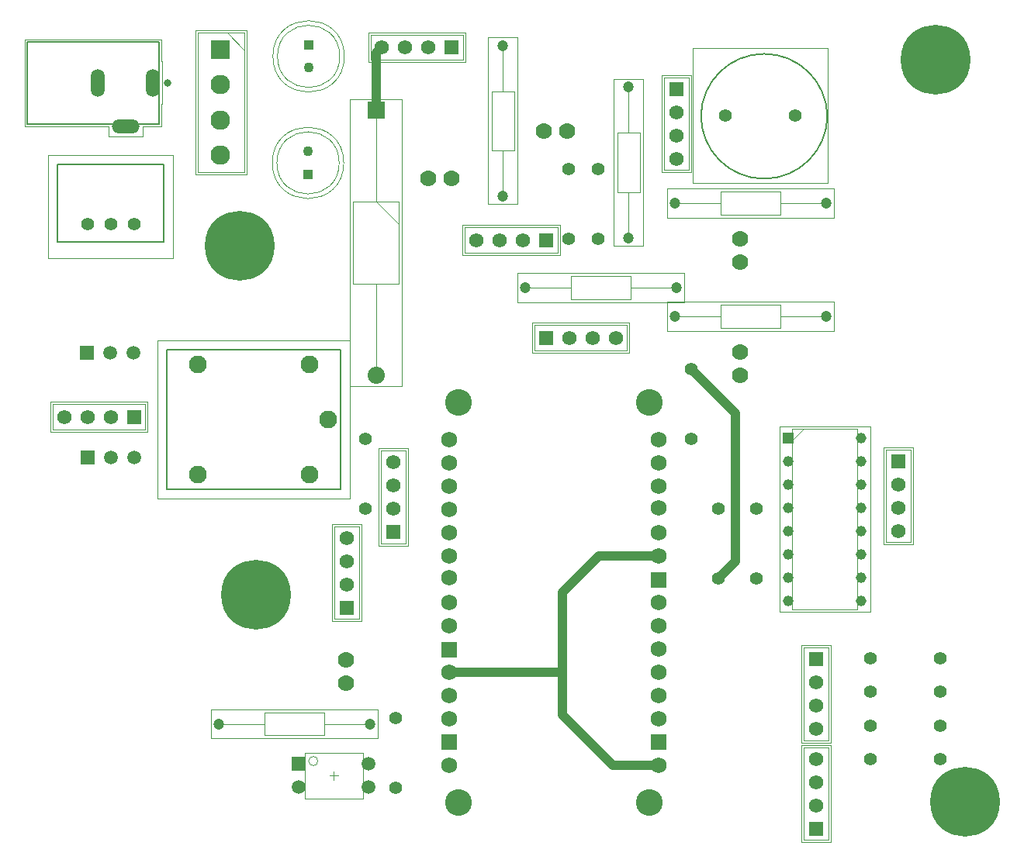
<source format=gtl>
G04*
G04 #@! TF.GenerationSoftware,Altium Limited,Altium Designer,18.0.9 (584)*
G04*
G04 Layer_Physical_Order=1*
G04 Layer_Color=255*
%FSLAX44Y44*%
%MOMM*%
G71*
G01*
G75*
%ADD10C,0.2000*%
%ADD11C,0.1000*%
%ADD14C,0.1270*%
%ADD15C,0.4000*%
%ADD18C,0.0001*%
%ADD19C,0.0500*%
%ADD43C,1.0000*%
%ADD44C,7.6200*%
%ADD45C,1.5000*%
%ADD46R,1.5000X1.5000*%
%ADD47R,1.5750X1.5750*%
%ADD48C,1.5750*%
%ADD49R,1.5750X1.5750*%
%ADD50R,1.1600X1.1600*%
%ADD51C,1.1600*%
%ADD52R,2.1300X2.1300*%
%ADD53C,2.1300*%
%ADD54C,1.8750*%
%ADD55R,1.8750X1.8750*%
%ADD56R,1.1000X1.1000*%
%ADD57C,1.1000*%
%ADD58C,1.2000*%
%ADD59C,1.4170*%
%ADD60C,1.4000*%
%ADD61C,1.9500*%
%ADD62C,1.7780*%
%ADD63O,3.0160X1.5080*%
%ADD64O,1.5080X3.0160*%
%ADD65C,2.9210*%
%ADD66C,1.7526*%
%ADD67R,1.7526X1.7526*%
D10*
X994720Y1150620D02*
G03*
X1132620Y1150620I68950J0D01*
G01*
D02*
G03*
X994720Y1150620I-68950J-1530D01*
G01*
X292520Y1012510D02*
Y1097510D01*
X408520D01*
Y1012510D02*
Y1097510D01*
X292520Y1012510D02*
X408520D01*
X601730Y742760D02*
Y894760D01*
X411730D02*
X601730D01*
X411730Y742760D02*
Y894760D01*
Y742760D02*
X601730D01*
D11*
X600500Y1215245D02*
G03*
X600500Y1215245I-34000J0D01*
G01*
X599875Y1098945D02*
G03*
X599875Y1098945I-34000J0D01*
G01*
X576630Y445760D02*
G03*
X576630Y445760I-5000J0D01*
G01*
X388370Y807990D02*
Y835390D01*
X287270Y807990D02*
X388370D01*
X287270D02*
Y835390D01*
X388370D01*
X1106540Y569710D02*
X1133940D01*
Y468610D02*
Y569710D01*
X1106540Y468610D02*
X1133940D01*
X1106540D02*
Y569710D01*
X813050Y894350D02*
Y921750D01*
X914150D01*
Y894350D02*
Y921750D01*
X813050Y894350D02*
X914150D01*
X594630Y600892D02*
X622030D01*
X594630D02*
Y701992D01*
X622030D01*
Y600892D02*
Y701992D01*
X735160Y1211670D02*
Y1239070D01*
X634060Y1211670D02*
X735160D01*
X634060D02*
Y1239070D01*
X735160D01*
X954040Y1192309D02*
X981440D01*
Y1091209D02*
Y1192309D01*
X954040Y1091209D02*
X981440D01*
X954040D02*
Y1192309D01*
X838255Y1001030D02*
Y1028430D01*
X737155Y1001030D02*
X838255D01*
X737155D02*
Y1028430D01*
X838255D01*
X1196184Y785680D02*
X1223584D01*
Y684580D02*
Y785680D01*
X1196184Y684580D02*
X1223584D01*
X1196184D02*
Y785680D01*
X1106440Y359660D02*
X1133840D01*
X1106440D02*
Y460760D01*
X1133840D01*
Y359660D02*
Y460760D01*
X645430Y683510D02*
X672830D01*
X645430D02*
Y784610D01*
X672830D01*
Y683510D02*
Y784610D01*
X1094420Y808380D02*
X1165520D01*
Y611480D02*
Y808380D01*
X1094420Y611480D02*
X1165520D01*
X1094420D02*
Y808380D01*
Y795680D02*
X1107120Y808380D01*
X496680Y1088645D02*
Y1241045D01*
X445880Y1088645D02*
X496680D01*
X445880D02*
Y1241045D01*
X496680D01*
X477430D02*
X496680Y1221795D01*
X640080Y866970D02*
Y966970D01*
Y1056970D02*
Y1156970D01*
Y1056970D02*
X665100Y1031950D01*
X615050Y1056970D02*
X665100D01*
X615050Y966970D02*
Y1056970D01*
Y966970D02*
X665100D01*
Y1056970D01*
X791090Y1112245D02*
Y1177245D01*
X766090Y1112245D02*
X791090D01*
X766090D02*
Y1177245D01*
X791090D01*
X778590D02*
Y1227245D01*
Y1062245D02*
Y1112245D01*
X903250Y1066734D02*
Y1131734D01*
X928250D01*
Y1066734D02*
Y1131734D01*
X903250Y1066734D02*
X928250D01*
X915750Y1016734D02*
Y1066734D01*
Y1131734D02*
Y1181734D01*
X518730Y473910D02*
X583730D01*
X518730D02*
Y498910D01*
X583730D01*
Y473910D02*
Y498910D01*
Y486410D02*
X633730D01*
X468730D02*
X518730D01*
X1016199Y943796D02*
X1081199D01*
Y918796D02*
Y943796D01*
X1016199Y918796D02*
X1081199D01*
X1016199D02*
Y943796D01*
X966199Y931296D02*
X1016199D01*
X1081199D02*
X1131199D01*
X1016199Y1067689D02*
X1081199D01*
Y1042689D02*
Y1067689D01*
X1016199Y1042689D02*
X1081199D01*
X1016199D02*
Y1067689D01*
X966199Y1055189D02*
X1016199D01*
X1081199D02*
X1131199D01*
X852640Y975160D02*
X917640D01*
Y950160D02*
Y975160D01*
X852640Y950160D02*
X917640D01*
X852640D02*
Y975160D01*
X802640Y962660D02*
X852640D01*
X917640D02*
X967640D01*
X562630Y404760D02*
X625630D01*
X562630Y454760D02*
X625630D01*
Y404760D02*
Y454760D01*
X562630Y404760D02*
Y454760D01*
X985380Y1076670D02*
X1133280D01*
Y1224570D01*
X985380D02*
X1133280D01*
X985380Y1076670D02*
Y1224570D01*
X282520Y994510D02*
Y1107510D01*
X418520D01*
Y994510D02*
Y1107510D01*
X282520Y994510D02*
X418520D01*
X611730Y732760D02*
Y904760D01*
X401730D02*
X611730D01*
X401730Y732760D02*
Y904760D01*
Y732760D02*
X611730D01*
X594130Y424760D02*
Y434760D01*
X589130Y429760D02*
X599130D01*
D14*
X259550Y1141180D02*
Y1231180D01*
X403550Y1141180D02*
Y1231180D01*
X259550D02*
X403550D01*
X259550Y1141180D02*
X403550D01*
X259550D02*
Y1231180D01*
X403550Y1141180D02*
Y1231180D01*
X259550D02*
X403550D01*
X259550Y1141180D02*
X403550D01*
X259550D02*
Y1231180D01*
X403550D01*
X385050Y1141180D02*
X403550D01*
Y1201680D02*
Y1231180D01*
X259550Y1141180D02*
X349050D01*
X403550D02*
Y1171680D01*
D15*
X414550Y1186180D02*
G03*
X414550Y1186180I-2000J0D01*
G01*
D18*
X358550Y1144180D02*
X374550D01*
X358550Y1134180D02*
Y1144180D01*
Y1134180D02*
X374550D01*
Y1144180D01*
X331550Y1178180D02*
Y1194180D01*
Y1178180D02*
X341550D01*
Y1194180D01*
X331550D02*
X341550D01*
X391550Y1178180D02*
Y1194180D01*
Y1178180D02*
X401550D01*
Y1194180D01*
X391550D02*
X401550D01*
D19*
X605500Y1215245D02*
G03*
X605500Y1215245I-39000J0D01*
G01*
X604875Y1098945D02*
G03*
X604875Y1098945I-39000J0D01*
G01*
X390870Y805490D02*
Y837890D01*
X284770Y805490D02*
X390870D01*
X284770D02*
Y837890D01*
X390870D01*
X1104040Y572210D02*
X1136440D01*
Y466110D02*
Y572210D01*
X1104040Y466110D02*
X1136440D01*
X1104040D02*
Y572210D01*
X810550Y891850D02*
Y924250D01*
X916650D01*
Y891850D02*
Y924250D01*
X810550Y891850D02*
X916650D01*
X592130Y598392D02*
X624530D01*
X592130D02*
Y704492D01*
X624530D01*
Y598392D02*
Y704492D01*
X737660Y1209170D02*
Y1241570D01*
X631560Y1209170D02*
X737660D01*
X631560D02*
Y1241570D01*
X737660D01*
X951540Y1194809D02*
X983940D01*
Y1088709D02*
Y1194809D01*
X951540Y1088709D02*
X983940D01*
X951540D02*
Y1194809D01*
X840755Y998530D02*
Y1030930D01*
X734655Y998530D02*
X840755D01*
X734655D02*
Y1030930D01*
X840755D01*
X1193684Y788180D02*
X1226084D01*
Y682080D02*
Y788180D01*
X1193684Y682080D02*
X1226084D01*
X1193684D02*
Y788180D01*
X1103940Y357160D02*
X1136340D01*
X1103940D02*
Y463260D01*
X1136340D01*
Y357160D02*
Y463260D01*
X642930Y681010D02*
X675330D01*
X642930D02*
Y787110D01*
X675330D01*
Y681010D02*
Y787110D01*
X1080370Y810880D02*
X1179570D01*
Y608980D02*
Y810880D01*
X1080370Y608980D02*
X1179570D01*
X1080370D02*
Y810880D01*
X499180Y1086145D02*
Y1243545D01*
X443380Y1086145D02*
X499180D01*
X443380D02*
Y1243545D01*
X499180D01*
X611550Y1168850D02*
X668600D01*
X611550Y855100D02*
Y1168850D01*
Y855100D02*
X668600D01*
Y1168850D01*
X794590Y1053745D02*
Y1235745D01*
X762590Y1053745D02*
X794590D01*
X762590D02*
Y1235745D01*
X794590D01*
X899750Y1008234D02*
Y1190234D01*
X931750D01*
Y1008234D02*
Y1190234D01*
X899750Y1008234D02*
X931750D01*
X460230Y470410D02*
X642230D01*
X460230D02*
Y502410D01*
X642230D01*
Y470410D02*
Y502410D01*
X957699Y947296D02*
X1139699D01*
Y915296D02*
Y947296D01*
X957699Y915296D02*
X1139699D01*
X957699D02*
Y947296D01*
Y1071189D02*
X1139699D01*
Y1039189D02*
Y1071189D01*
X957699Y1039189D02*
X1139699D01*
X957699D02*
Y1071189D01*
X794140Y978660D02*
X976140D01*
Y946660D02*
Y978660D01*
X794140Y946660D02*
X976140D01*
X794140D02*
Y978660D01*
X406050Y1209680D02*
X407050D01*
Y1163680D02*
Y1209680D01*
X406050Y1163680D02*
X407050D01*
X406050Y1138680D02*
Y1163680D01*
Y1209680D02*
Y1233680D01*
X256550D02*
X406050D01*
X256550Y1138680D02*
Y1233680D01*
Y1138680D02*
X348050D01*
Y1128180D02*
Y1138680D01*
Y1128180D02*
X385050D01*
Y1138680D01*
X406050D01*
D43*
X1013460Y645160D02*
X1032510Y664210D01*
Y825500D01*
X984250Y873760D02*
X1032510Y825500D01*
X640080Y1218940D02*
X646510Y1225370D01*
X640080Y1156970D02*
Y1218940D01*
X843280Y543560D02*
Y629920D01*
Y496570D02*
Y543560D01*
X842830Y543110D02*
X843280Y543560D01*
Y496570D02*
X898340Y441510D01*
X843280Y629920D02*
X883470Y670110D01*
X948770D01*
X898340Y441510D02*
X948770D01*
X720170Y543110D02*
X842830D01*
D44*
X509271Y627380D02*
D03*
X491490Y1008380D02*
D03*
X1250951Y1211580D02*
D03*
X1282700Y401320D02*
D03*
D45*
X375420Y891560D02*
D03*
X350020D02*
D03*
X350895Y777240D02*
D03*
X376295D02*
D03*
X632230Y417060D02*
D03*
Y442460D02*
D03*
X556030Y417060D02*
D03*
D46*
X324620Y891560D02*
D03*
X325495Y777240D02*
D03*
X556030Y442460D02*
D03*
D47*
X375920Y821690D02*
D03*
X825500Y908050D02*
D03*
X722710Y1225370D02*
D03*
X825805Y1014730D02*
D03*
D48*
X350520Y821690D02*
D03*
X325120D02*
D03*
X299720D02*
D03*
X1120240Y531860D02*
D03*
Y506460D02*
D03*
Y481060D02*
D03*
X850900Y908050D02*
D03*
X876300D02*
D03*
X901700D02*
D03*
X608330Y638742D02*
D03*
Y664142D02*
D03*
Y689542D02*
D03*
X697310Y1225370D02*
D03*
X671910D02*
D03*
X646510D02*
D03*
X967740Y1154459D02*
D03*
Y1129059D02*
D03*
Y1103659D02*
D03*
X800405Y1014730D02*
D03*
X775005D02*
D03*
X749605D02*
D03*
X1209884Y747830D02*
D03*
Y722430D02*
D03*
Y697030D02*
D03*
X1120140Y397510D02*
D03*
Y422910D02*
D03*
Y448310D02*
D03*
X659130Y721360D02*
D03*
Y746760D02*
D03*
Y772160D02*
D03*
D49*
X1120240Y557260D02*
D03*
X608330Y613342D02*
D03*
X967740Y1179859D02*
D03*
X1209884Y773230D02*
D03*
X1120140Y372110D02*
D03*
X659130Y695960D02*
D03*
D50*
X1090270Y798830D02*
D03*
D51*
Y773430D02*
D03*
Y748030D02*
D03*
Y722630D02*
D03*
Y697230D02*
D03*
Y671830D02*
D03*
Y646430D02*
D03*
Y621030D02*
D03*
X1169670D02*
D03*
Y646430D02*
D03*
Y671830D02*
D03*
Y697230D02*
D03*
Y722630D02*
D03*
Y748030D02*
D03*
Y773430D02*
D03*
Y798830D02*
D03*
D52*
X469980Y1222595D02*
D03*
D53*
Y1184095D02*
D03*
Y1145595D02*
D03*
Y1107095D02*
D03*
D54*
X640080Y866970D02*
D03*
D55*
Y1156970D02*
D03*
D56*
X566500Y1227745D02*
D03*
X565875Y1086445D02*
D03*
D57*
X566500Y1202745D02*
D03*
X565875Y1111445D02*
D03*
D58*
X778590Y1227245D02*
D03*
Y1062245D02*
D03*
X915750Y1016734D02*
D03*
Y1181734D02*
D03*
X633730Y486410D02*
D03*
X468730D02*
D03*
X966199Y931296D02*
D03*
X1131199D02*
D03*
X966199Y1055189D02*
D03*
X1131199D02*
D03*
X802640Y962660D02*
D03*
X967640D02*
D03*
D59*
X1021380Y1150620D02*
D03*
X1097280D02*
D03*
D60*
X375920Y1032510D02*
D03*
X350520D02*
D03*
X325120D02*
D03*
X1179430Y558135D02*
D03*
X1255630D02*
D03*
X850330Y1016000D02*
D03*
Y1092200D02*
D03*
X1179430Y447645D02*
D03*
X1255630D02*
D03*
X1013460Y645160D02*
D03*
Y721360D02*
D03*
X628650Y797560D02*
D03*
Y721360D02*
D03*
X661670Y492760D02*
D03*
Y416560D02*
D03*
X1055370Y645160D02*
D03*
Y721360D02*
D03*
X1179430Y521305D02*
D03*
X1255630D02*
D03*
X1179430Y484475D02*
D03*
X1255630D02*
D03*
X882650Y1016000D02*
D03*
Y1092200D02*
D03*
X984250Y873760D02*
D03*
Y797560D02*
D03*
D61*
X587730Y818760D02*
D03*
X567730Y758760D02*
D03*
X445730D02*
D03*
Y878760D02*
D03*
X567730D02*
D03*
D62*
X697230Y1082040D02*
D03*
X722630D02*
D03*
X823040Y1133760D02*
D03*
X848440D02*
D03*
X607315Y530860D02*
D03*
Y556260D02*
D03*
X1037714Y1015800D02*
D03*
Y990400D02*
D03*
Y892810D02*
D03*
Y867410D02*
D03*
D63*
X366550Y1139180D02*
D03*
D64*
X336550Y1186180D02*
D03*
X396550D02*
D03*
D65*
X938610Y837750D02*
D03*
X730330D02*
D03*
X938610Y400870D02*
D03*
X730330D02*
D03*
D66*
X720170Y441510D02*
D03*
Y543110D02*
D03*
Y517710D02*
D03*
Y492310D02*
D03*
Y593910D02*
D03*
Y619310D02*
D03*
Y645980D02*
D03*
Y797110D02*
D03*
Y771710D02*
D03*
Y746310D02*
D03*
Y720910D02*
D03*
Y695510D02*
D03*
Y670110D02*
D03*
X948770Y441510D02*
D03*
Y543110D02*
D03*
Y517710D02*
D03*
Y492310D02*
D03*
Y568510D02*
D03*
Y593910D02*
D03*
Y619310D02*
D03*
Y797110D02*
D03*
Y771710D02*
D03*
Y746310D02*
D03*
Y722180D02*
D03*
Y695510D02*
D03*
Y670110D02*
D03*
D67*
X720170Y466910D02*
D03*
Y567240D02*
D03*
X948770Y466910D02*
D03*
Y643440D02*
D03*
M02*

</source>
